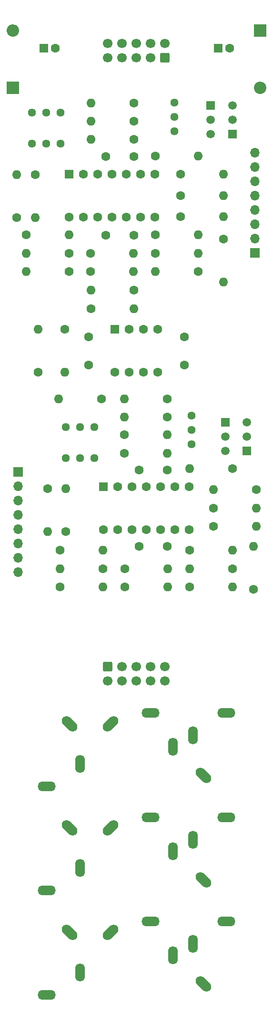
<source format=gts>
%TF.GenerationSoftware,KiCad,Pcbnew,9.0.4*%
%TF.CreationDate,2025-10-04T20:54:08+02:00*%
%TF.ProjectId,DMH_Dual_VCA_Mk2_PCB_1,444d485f-4475-4616-9c5f-5643415f4d6b,1*%
%TF.SameCoordinates,Original*%
%TF.FileFunction,Soldermask,Top*%
%TF.FilePolarity,Negative*%
%FSLAX46Y46*%
G04 Gerber Fmt 4.6, Leading zero omitted, Abs format (unit mm)*
G04 Created by KiCad (PCBNEW 9.0.4) date 2025-10-04 20:54:08*
%MOMM*%
%LPD*%
G01*
G04 APERTURE LIST*
G04 Aperture macros list*
%AMRoundRect*
0 Rectangle with rounded corners*
0 $1 Rounding radius*
0 $2 $3 $4 $5 $6 $7 $8 $9 X,Y pos of 4 corners*
0 Add a 4 corners polygon primitive as box body*
4,1,4,$2,$3,$4,$5,$6,$7,$8,$9,$2,$3,0*
0 Add four circle primitives for the rounded corners*
1,1,$1+$1,$2,$3*
1,1,$1+$1,$4,$5*
1,1,$1+$1,$6,$7*
1,1,$1+$1,$8,$9*
0 Add four rect primitives between the rounded corners*
20,1,$1+$1,$2,$3,$4,$5,0*
20,1,$1+$1,$4,$5,$6,$7,0*
20,1,$1+$1,$6,$7,$8,$9,0*
20,1,$1+$1,$8,$9,$2,$3,0*%
%AMHorizOval*
0 Thick line with rounded ends*
0 $1 width*
0 $2 $3 position (X,Y) of the first rounded end (center of the circle)*
0 $4 $5 position (X,Y) of the second rounded end (center of the circle)*
0 Add line between two ends*
20,1,$1,$2,$3,$4,$5,0*
0 Add two circle primitives to create the rounded ends*
1,1,$1,$2,$3*
1,1,$1,$4,$5*%
G04 Aperture macros list end*
%ADD10HorizOval,1.712000X-0.533159X0.533159X0.533159X-0.533159X0*%
%ADD11O,3.220000X1.712000*%
%ADD12O,1.712000X3.220000*%
%ADD13R,1.700000X1.700000*%
%ADD14O,1.700000X1.700000*%
%ADD15HorizOval,1.712000X-0.533159X-0.533159X0.533159X0.533159X0*%
%ADD16C,1.600000*%
%ADD17O,1.600000X1.600000*%
%ADD18R,2.200000X2.200000*%
%ADD19O,2.200000X2.200000*%
%ADD20R,1.600000X1.600000*%
%ADD21R,1.500000X1.500000*%
%ADD22C,1.500000*%
%ADD23C,1.440000*%
%ADD24RoundRect,0.250000X-0.550000X0.550000X-0.550000X-0.550000X0.550000X-0.550000X0.550000X0.550000X0*%
%ADD25RoundRect,0.250000X-0.600000X0.600000X-0.600000X-0.600000X0.600000X-0.600000X0.600000X0.600000X0*%
%ADD26C,1.700000*%
%ADD27RoundRect,0.250000X0.600000X-0.600000X0.600000X0.600000X-0.600000X0.600000X-0.600000X-0.600000X0*%
G04 APERTURE END LIST*
D10*
%TO.C,J8*%
X86903810Y-194846190D03*
D11*
X91000000Y-183750000D03*
D12*
X85000000Y-187750000D03*
%TD*%
D13*
%TO.C,J60*%
X54000000Y-122500000D03*
D14*
X54000000Y-125040000D03*
X54000000Y-127580000D03*
X54000000Y-130120000D03*
X54000000Y-132660000D03*
X54000000Y-135200000D03*
X54000000Y-137740000D03*
X54000000Y-140280000D03*
%TD*%
D15*
%TO.C,J7*%
X70403810Y-185653810D03*
D12*
X81500000Y-189750000D03*
D11*
X77500000Y-183750000D03*
%TD*%
D10*
%TO.C,J3*%
X63096190Y-185653810D03*
D11*
X59000000Y-196750000D03*
D12*
X65000000Y-192750000D03*
%TD*%
D10*
%TO.C,J2*%
X63096190Y-204153810D03*
D11*
X59000000Y-215250000D03*
D12*
X65000000Y-211250000D03*
%TD*%
D15*
%TO.C,J6*%
X70403810Y-204153810D03*
D12*
X81500000Y-208250000D03*
D11*
X77500000Y-202250000D03*
%TD*%
D13*
%TO.C,J50*%
X96000000Y-83620000D03*
D14*
X96000000Y-81080000D03*
X96000000Y-78540000D03*
X96000000Y-76000000D03*
X96000000Y-73460000D03*
X96000000Y-70920000D03*
X96000000Y-68380000D03*
X96000000Y-65840000D03*
%TD*%
D10*
%TO.C,J9*%
X86903810Y-213346190D03*
D11*
X91000000Y-202250000D03*
D12*
X85000000Y-206250000D03*
%TD*%
D10*
%TO.C,J1*%
X63096190Y-167153810D03*
D11*
X59000000Y-178250000D03*
D12*
X65000000Y-174250000D03*
%TD*%
D15*
%TO.C,J5*%
X70403810Y-167153810D03*
D12*
X81500000Y-171250000D03*
D11*
X77500000Y-165250000D03*
%TD*%
D10*
%TO.C,J4*%
X86903810Y-176346190D03*
D11*
X91000000Y-165250000D03*
D12*
X85000000Y-169250000D03*
%TD*%
D16*
%TO.C,R26*%
X72900000Y-142890000D03*
D17*
X80520000Y-142890000D03*
%TD*%
D18*
%TO.C,D2*%
X97000000Y-44170000D03*
D19*
X97000000Y-54330000D03*
%TD*%
D20*
%TO.C,C2*%
X89544888Y-47250000D03*
D16*
X91544888Y-47250000D03*
%TD*%
D18*
%TO.C,D1*%
X53000000Y-54330000D03*
D19*
X53000000Y-44170000D03*
%TD*%
D16*
%TO.C,R17*%
X66865000Y-86930000D03*
D17*
X74485000Y-86930000D03*
%TD*%
D16*
%TO.C,R3*%
X57000000Y-69690000D03*
D17*
X57000000Y-77310000D03*
%TD*%
D16*
%TO.C,R25*%
X61400000Y-142890000D03*
D17*
X69020000Y-142890000D03*
%TD*%
D16*
%TO.C,R49*%
X62250000Y-97190000D03*
D17*
X62250000Y-104810000D03*
%TD*%
D16*
%TO.C,C6*%
X80460000Y-135640000D03*
X75460000Y-135640000D03*
%TD*%
%TO.C,R1*%
X53750000Y-77310000D03*
D17*
X53750000Y-69690000D03*
%TD*%
D21*
%TO.C,Q1*%
X88200000Y-57450000D03*
D22*
X88200000Y-59990000D03*
X88200000Y-62530000D03*
%TD*%
D16*
%TO.C,R50*%
X80500000Y-109500000D03*
D17*
X72880000Y-109500000D03*
%TD*%
D16*
%TO.C,R32*%
X92020000Y-121890000D03*
D17*
X84400000Y-121890000D03*
%TD*%
D21*
%TO.C,Q2*%
X92050000Y-62550000D03*
D22*
X92050000Y-60010000D03*
X92050000Y-57470000D03*
%TD*%
D16*
%TO.C,C3*%
X69500000Y-66500000D03*
X74500000Y-66500000D03*
%TD*%
%TO.C,R12*%
X82865000Y-69680000D03*
D17*
X90485000Y-69680000D03*
%TD*%
D16*
%TO.C,R42*%
X84400000Y-142890000D03*
D17*
X92020000Y-142890000D03*
%TD*%
D23*
%TO.C,RV8*%
X62460000Y-120000000D03*
X65000000Y-120000000D03*
X67540000Y-120000000D03*
%TD*%
D16*
%TO.C,C7*%
X66500000Y-103500000D03*
X66500000Y-98500000D03*
%TD*%
%TO.C,R41*%
X92020000Y-139640000D03*
D17*
X84400000Y-139640000D03*
%TD*%
D16*
%TO.C,C4*%
X74500000Y-80500000D03*
X69500000Y-80500000D03*
%TD*%
%TO.C,R35*%
X95750000Y-143310000D03*
D17*
X95750000Y-135690000D03*
%TD*%
D24*
%TO.C,U1*%
X63050000Y-69630000D03*
D16*
X65590000Y-69630000D03*
X68130000Y-69630000D03*
X70670000Y-69630000D03*
X73210000Y-69630000D03*
X75750000Y-69630000D03*
X78290000Y-69630000D03*
X78290000Y-77250000D03*
X75750000Y-77250000D03*
X73210000Y-77250000D03*
X70670000Y-77250000D03*
X68130000Y-77250000D03*
X65590000Y-77250000D03*
X63050000Y-77250000D03*
%TD*%
%TO.C,C8*%
X83500000Y-103500000D03*
X83500000Y-98500000D03*
%TD*%
%TO.C,R30*%
X69020000Y-139640000D03*
D17*
X61400000Y-139640000D03*
%TD*%
D16*
%TO.C,R36*%
X88650000Y-132140000D03*
D17*
X96270000Y-132140000D03*
%TD*%
D21*
%TO.C,Q3*%
X94600000Y-118790000D03*
D22*
X94600000Y-116250000D03*
X94600000Y-113710000D03*
%TD*%
D16*
%TO.C,R38*%
X80480000Y-112750000D03*
D17*
X72860000Y-112750000D03*
%TD*%
D16*
%TO.C,R47*%
X74500000Y-90250000D03*
D17*
X66880000Y-90250000D03*
%TD*%
D23*
%TO.C,RV10*%
X81700000Y-62040000D03*
X81700000Y-59500000D03*
X81700000Y-56960000D03*
%TD*%
D16*
%TO.C,R46*%
X57500000Y-104810000D03*
D17*
X57500000Y-97190000D03*
%TD*%
D16*
%TO.C,R15*%
X74500000Y-60250000D03*
D17*
X66880000Y-60250000D03*
%TD*%
D16*
%TO.C,R4*%
X78365000Y-66430000D03*
D17*
X85985000Y-66430000D03*
%TD*%
D23*
%TO.C,RV12*%
X84750000Y-117540000D03*
X84750000Y-115000000D03*
X84750000Y-112460000D03*
%TD*%
D16*
%TO.C,R31*%
X72900000Y-139640000D03*
D17*
X80520000Y-139640000D03*
%TD*%
D16*
%TO.C,C5*%
X75460000Y-122140000D03*
X80460000Y-122140000D03*
%TD*%
D20*
%TO.C,C1*%
X58544888Y-47250000D03*
D16*
X60544888Y-47250000D03*
%TD*%
%TO.C,R39*%
X84400000Y-136390000D03*
D17*
X92020000Y-136390000D03*
%TD*%
D16*
%TO.C,R7*%
X85985000Y-86930000D03*
D17*
X78365000Y-86930000D03*
%TD*%
D16*
%TO.C,R16*%
X66865000Y-83680000D03*
D17*
X74485000Y-83680000D03*
%TD*%
D23*
%TO.C,RV7*%
X56450000Y-64250000D03*
X58990000Y-64250000D03*
X61530000Y-64250000D03*
%TD*%
%TO.C,RV9*%
X56450000Y-58750000D03*
X58990000Y-58750000D03*
X61530000Y-58750000D03*
%TD*%
D16*
%TO.C,R22*%
X72880000Y-119140000D03*
D17*
X80500000Y-119140000D03*
%TD*%
D16*
%TO.C,R20*%
X62985000Y-83680000D03*
D17*
X55365000Y-83680000D03*
%TD*%
D16*
%TO.C,R6*%
X74500000Y-57000000D03*
D17*
X66880000Y-57000000D03*
%TD*%
D16*
%TO.C,R23*%
X72880000Y-115890000D03*
D17*
X80500000Y-115890000D03*
%TD*%
D25*
%TO.C,J200*%
X69920000Y-157000000D03*
D26*
X72460000Y-157000000D03*
X75000000Y-157000000D03*
X77540000Y-157000000D03*
X80080000Y-157000000D03*
X69920000Y-159540000D03*
X72460000Y-159540000D03*
X75000000Y-159540000D03*
X77540000Y-159540000D03*
X80080000Y-159540000D03*
%TD*%
D16*
%TO.C,R51*%
X68810000Y-109500000D03*
D17*
X61190000Y-109500000D03*
%TD*%
D16*
%TO.C,R9*%
X78365000Y-83680000D03*
D17*
X85985000Y-83680000D03*
%TD*%
D24*
%TO.C,U3*%
X71190000Y-97190000D03*
D16*
X73730000Y-97190000D03*
X76270000Y-97190000D03*
X78810000Y-97190000D03*
X78810000Y-104810000D03*
X76270000Y-104810000D03*
X73730000Y-104810000D03*
X71190000Y-104810000D03*
%TD*%
%TO.C,R10*%
X82865000Y-77180000D03*
D17*
X90485000Y-77180000D03*
%TD*%
D16*
%TO.C,R13*%
X82865000Y-73430000D03*
D17*
X90485000Y-73430000D03*
%TD*%
D16*
%TO.C,R19*%
X62985000Y-86930000D03*
D17*
X55365000Y-86930000D03*
%TD*%
D16*
%TO.C,R14*%
X74500000Y-63500000D03*
D17*
X66880000Y-63500000D03*
%TD*%
D16*
%TO.C,R24*%
X62460000Y-133060000D03*
D17*
X62460000Y-125440000D03*
%TD*%
D16*
%TO.C,R34*%
X88650000Y-128890000D03*
D17*
X96270000Y-128890000D03*
%TD*%
D16*
%TO.C,R11*%
X90425000Y-81120000D03*
D17*
X90425000Y-88740000D03*
%TD*%
D23*
%TO.C,RV11*%
X62450000Y-114500000D03*
X64990000Y-114500000D03*
X67530000Y-114500000D03*
%TD*%
D16*
%TO.C,R33*%
X96270000Y-125640000D03*
D17*
X88650000Y-125640000D03*
%TD*%
D16*
%TO.C,R8*%
X78365000Y-80430000D03*
D17*
X85985000Y-80430000D03*
%TD*%
D27*
%TO.C,J100*%
X80080000Y-49002500D03*
D26*
X80080000Y-46462500D03*
X77540000Y-49002500D03*
X77540000Y-46462500D03*
X75000000Y-49002500D03*
X75000000Y-46462500D03*
X72460000Y-49002500D03*
X72460000Y-46462500D03*
X69920000Y-49002500D03*
X69920000Y-46462500D03*
%TD*%
D24*
%TO.C,U2*%
X69085000Y-125090000D03*
D16*
X71625000Y-125090000D03*
X74165000Y-125090000D03*
X76705000Y-125090000D03*
X79245000Y-125090000D03*
X81785000Y-125090000D03*
X84325000Y-125090000D03*
X84325000Y-132710000D03*
X81785000Y-132710000D03*
X79245000Y-132710000D03*
X76705000Y-132710000D03*
X74165000Y-132710000D03*
X71625000Y-132710000D03*
X69085000Y-132710000D03*
%TD*%
%TO.C,R48*%
X66880000Y-93500000D03*
D17*
X74500000Y-93500000D03*
%TD*%
D16*
%TO.C,R29*%
X61400000Y-136390000D03*
D17*
X69020000Y-136390000D03*
%TD*%
D21*
%TO.C,Q4*%
X90750000Y-113710000D03*
D22*
X90750000Y-116250000D03*
X90750000Y-118790000D03*
%TD*%
D16*
%TO.C,R28*%
X59210000Y-125440000D03*
D17*
X59210000Y-133060000D03*
%TD*%
D16*
%TO.C,R18*%
X55365000Y-80430000D03*
D17*
X62985000Y-80430000D03*
%TD*%
M02*

</source>
